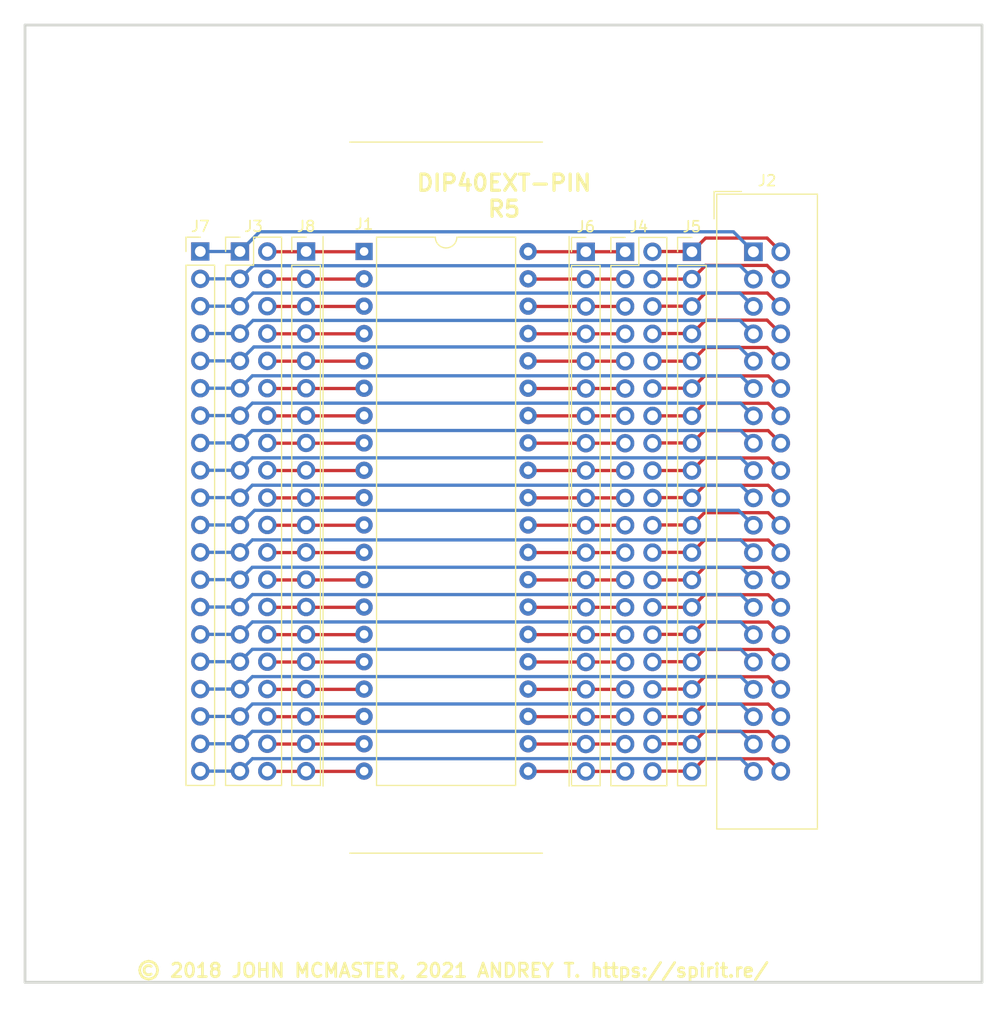
<source format=kicad_pcb>
(kicad_pcb (version 20201220) (generator pcbnew)
  (layers (0 "F.Cu" signal) (31 "B.Cu" signal) (34 "B.Paste" user) (35 "F.Paste" user) (36 "B.SilkS" user "B.Silkscreen") (37 "F.SilkS" user "F.Silkscreen") (38 "B.Mask" user) (39 "F.Mask" user) (44 "Edge.Cuts" user))
  (net 0 "")
  (net 1 "/P1")
  (net 2 "/P21")
  (net 3 "/P2")
  (net 4 "/P22")
  (net 5 "/P3")
  (net 6 "/P23")
  (net 7 "/P4")
  (net 8 "/P24")
  (net 9 "/P5")
  (net 10 "/P25")
  (net 11 "/P6")
  (net 12 "/P26")
  (net 13 "/P7")
  (net 14 "/P27")
  (net 15 "/P8")
  (net 16 "/P28")
  (net 17 "/P9")
  (net 18 "/P29")
  (net 19 "/P10")
  (net 20 "/P30")
  (net 21 "/P11")
  (net 22 "/P31")
  (net 23 "/P12")
  (net 24 "/P32")
  (net 25 "/P13")
  (net 26 "/P33")
  (net 27 "/P14")
  (net 28 "/P34")
  (net 29 "/P15")
  (net 30 "/P35")
  (net 31 "/P16")
  (net 32 "/P36")
  (net 33 "/P17")
  (net 34 "/P37")
  (net 35 "/P18")
  (net 36 "/P38")
  (net 37 "/P19")
  (net 38 "/P39")
  (net 39 "/P20")
  (net 40 "/P40")
  (net 41 "Net-(J1-Pad1)")
  (net 42 "Net-(J1-Pad21)")
  (net 43 "Net-(J1-Pad2)")
  (net 44 "Net-(J1-Pad22)")
  (net 45 "Net-(J1-Pad3)")
  (net 46 "Net-(J1-Pad23)")
  (net 47 "Net-(J1-Pad4)")
  (net 48 "Net-(J1-Pad24)")
  (net 49 "Net-(J1-Pad5)")
  (net 50 "Net-(J1-Pad25)")
  (net 51 "Net-(J1-Pad6)")
  (net 52 "Net-(J1-Pad26)")
  (net 53 "Net-(J1-Pad7)")
  (net 54 "Net-(J1-Pad27)")
  (net 55 "Net-(J1-Pad8)")
  (net 56 "Net-(J1-Pad28)")
  (net 57 "Net-(J1-Pad9)")
  (net 58 "Net-(J1-Pad29)")
  (net 59 "Net-(J1-Pad10)")
  (net 60 "Net-(J6-Pad11)")
  (net 61 "Net-(J1-Pad11)")
  (net 62 "Net-(J6-Pad10)")
  (net 63 "Net-(J1-Pad12)")
  (net 64 "Net-(J6-Pad9)")
  (net 65 "Net-(J1-Pad13)")
  (net 66 "Net-(J6-Pad8)")
  (net 67 "Net-(J1-Pad14)")
  (net 68 "Net-(J1-Pad34)")
  (net 69 "Net-(J1-Pad15)")
  (net 70 "Net-(J1-Pad35)")
  (net 71 "Net-(J1-Pad16)")
  (net 72 "Net-(J1-Pad36)")
  (net 73 "Net-(J1-Pad17)")
  (net 74 "Net-(J1-Pad37)")
  (net 75 "Net-(J1-Pad18)")
  (net 76 "Net-(J1-Pad38)")
  (net 77 "Net-(J1-Pad19)")
  (net 78 "Net-(J6-Pad2)")
  (net 79 "Net-(J1-Pad20)")
  (net 80 "Net-(J6-Pad1)")
  (footprint "lib:aries_40-6554-10_DIP-40_W15.24mm_ZIF" (layer "F.Cu") (at 56.895999 46.431201)
    (fp_text reference "J1")
    (fp_text value "ZIF")
  )
  (footprint "Mounting_Holes:MountingHole_8.4mm_M8" (layer "F.Cu") (at 31.75 31.75)
    (fp_text reference "MK1" hide)
    (fp_text value "Mounting_Hole")
  )
  (footprint "Mounting_Holes:MountingHole_8.4mm_M8" (layer "F.Cu") (at 107.95 31.75)
    (fp_text reference "MK4" hide)
    (fp_text value "Mounting_Hole")
  )
  (footprint "Mounting_Holes:MountingHole_8.4mm_M8" (layer "F.Cu") (at 31.75 107.95)
    (fp_text reference "MK9" hide)
    (fp_text value "Mounting_Hole")
  )
  (footprint "Mounting_Holes:MountingHole_8.4mm_M8" (layer "F.Cu") (at 107.95 107.95)
    (fp_text reference "MK12" hide)
    (fp_text value "Mounting_Hole")
  )
  (footprint "Connectors_IDC:IDC-Header_2x20_Pitch2.54mm_Straight" (layer "F.Cu") (at 93.065599 46.456601)
    (fp_text reference "J2")
    (fp_text value "IDC40")
  )
  (footprint "Mounting_Holes:MountingHole_8.4mm_M8" (layer "F.Cu") (at 82.55 31.75)
    (fp_text reference "MK3" hide)
    (fp_text value "Mounting_Hole")
  )
  (footprint "Mounting_Holes:MountingHole_8.4mm_M8" (layer "F.Cu") (at 57.15 31.75)
    (fp_text reference "MK2" hide)
    (fp_text value "Mounting_Hole")
  )
  (footprint "Mounting_Holes:MountingHole_8.4mm_M8" (layer "F.Cu") (at 31.75 57.15)
    (fp_text reference "MK5" hide)
    (fp_text value "Mounting_Hole")
  )
  (footprint "Mounting_Holes:MountingHole_8.4mm_M8" (layer "F.Cu") (at 31.75 82.55)
    (fp_text reference "MK7" hide)
    (fp_text value "Mounting_Hole")
  )
  (footprint "Mounting_Holes:MountingHole_8.4mm_M8" (layer "F.Cu") (at 107.95 57.15)
    (fp_text reference "MK6" hide)
    (fp_text value "Mounting_Hole")
  )
  (footprint "Mounting_Holes:MountingHole_8.4mm_M8" (layer "F.Cu") (at 107.95 82.55)
    (fp_text reference "MK8" hide)
    (fp_text value "Mounting_Hole")
  )
  (footprint "Mounting_Holes:MountingHole_8.4mm_M8" (layer "F.Cu") (at 57.15 107.95)
    (fp_text reference "MK10" hide)
    (fp_text value "Mounting_Hole")
  )
  (footprint "Mounting_Holes:MountingHole_8.4mm_M8" (layer "F.Cu") (at 82.55 107.95)
    (fp_text reference "MK11" hide)
    (fp_text value "Mounting_Hole")
  )
  (footprint "Pin_Headers:Pin_Header_Straight_2x20_Pitch2.54mm" (layer "F.Cu") (at 45.364399 46.431201)
    (fp_text reference "J3")
    (fp_text value "Conn_02x20_Odd_Even")
  )
  (footprint "Pin_Headers:Pin_Header_Straight_2x20_Pitch2.54mm" (layer "F.Cu") (at 81.152999 46.456601)
    (fp_text reference "J4")
    (fp_text value "Conn_02x20_Odd_Even")
  )
  (footprint "Connector_PinHeader_2.54mm:PinHeader_1x20_P2.54mm_Vertical" (layer "F.Cu") (at 51.511199 46.431201)
    (fp_text reference "J8")
    (fp_text value "01x20")
  )
  (footprint "Connector_PinHeader_2.54mm:PinHeader_1x20_P2.54mm_Vertical" (layer "F.Cu") (at 77.495399 46.456601)
    (fp_text reference "J6")
    (fp_text value "01x20")
  )
  (footprint "Connector_PinHeader_2.54mm:PinHeader_1x20_P2.54mm_Vertical" (layer "F.Cu") (at 41.681399 46.431201)
    (fp_text reference "J7")
    (fp_text value "01x20")
  )
  (footprint "Connector_PinHeader_2.54mm:PinHeader_1x20_P2.54mm_Vertical" (layer "F.Cu") (at 87.350599 46.456601)
    (fp_text reference "J5")
    (fp_text value "01x20")
  )
  (gr_line (start 114.3 25.4) (end 114.3 114.3) (layer "Edge.Cuts") (width 0.254))
  (gr_line (start 25.4 114.3) (end 114.3 114.3) (layer "Edge.Cuts") (width 0.254))
  (gr_line (start 25.4 25.4) (end 114.3 25.4) (layer "Edge.Cuts") (width 0.254))
  (gr_line (start 25.4 25.4) (end 25.4 114.3) (layer "Edge.Cuts") (width 0.254))
  (gr_text "DIP40EXT-PIN\nR5" (at 69.900799 41.275001) (layer "F.SilkS") (effects (font (size 1.5 1.5) (thickness 0.3))))
  (gr_text "© 2018 JOHN MCMASTER, 2021 ANDREY T. https://spirit.re/" (at 65.1256 113.2078) (layer "F.SilkS") (effects (font (size 1.25 1.25) (thickness 0.25))))
  (segment (start 45.364399 46.431201) (end 41.681399 46.431201) (width 0.3048) (layer "B.Cu") (net 1))
  (segment (start 91.211399 44.602401) (end 47.193199 44.602401) (width 0.3048) (layer "B.Cu") (net 1))
  (segment (start 93.065599 46.456601) (end 91.211399 44.602401) (width 0.3048) (layer "B.Cu") (net 1))
  (segment (start 47.193199 44.602401) (end 45.364399 46.431201) (width 0.3048) (layer "B.Cu") (net 1))
  (segment (start 83.692999 94.716601) (end 83.718399 94.691201) (width 0.3048) (layer "F.Cu") (net 2))
  (segment (start 83.718399 94.691201) (end 87.325199 94.691201) (width 0.3048) (layer "F.Cu") (net 2))
  (segment (start 95.605599 94.716601) (end 94.437198 93.5482) (width 0.3048) (layer "F.Cu") (net 2))
  (segment (start 94.437198 93.5482) (end 88.519 93.5482) (width 0.3048) (layer "F.Cu") (net 2))
  (segment (start 87.325199 94.691201) (end 87.350599 94.716601) (width 0.3048) (layer "F.Cu") (net 2))
  (segment (start 88.519 93.5482) (end 87.350599 94.716601) (width 0.3048) (layer "F.Cu") (net 2))
  (segment (start 93.065599 48.996601) (end 91.820999 47.752001) (width 0.3048) (layer "B.Cu") (net 3))
  (segment (start 91.820999 47.752001) (end 46.583599 47.752001) (width 0.3048) (layer "B.Cu") (net 3))
  (segment (start 46.583599 47.752001) (end 45.364399 48.971201) (width 0.3048) (layer "B.Cu") (net 3))
  (segment (start 41.681399 48.971201) (end 45.364399 48.971201) (width 0.3048) (layer "B.Cu") (net 3))
  (segment (start 94.437198 91.0082) (end 88.519 91.0082) (width 0.3048) (layer "F.Cu") (net 4))
  (segment (start 83.692999 92.176601) (end 83.718399 92.151201) (width 0.3048) (layer "F.Cu") (net 4))
  (segment (start 83.718399 92.151201) (end 87.325199 92.151201) (width 0.3048) (layer "F.Cu") (net 4))
  (segment (start 95.605599 92.176601) (end 94.437198 91.0082) (width 0.3048) (layer "F.Cu") (net 4))
  (segment (start 87.325199 92.151201) (end 87.350599 92.176601) (width 0.3048) (layer "F.Cu") (net 4))
  (segment (start 88.519 91.0082) (end 87.350599 92.176601) (width 0.3048) (layer "F.Cu") (net 4))
  (segment (start 41.681399 51.511201) (end 45.364399 51.511201) (width 0.3048) (layer "B.Cu") (net 5))
  (segment (start 93.065599 51.536601) (end 91.820999 50.292001) (width 0.3048) (layer "B.Cu") (net 5))
  (segment (start 91.820999 50.292001) (end 46.583599 50.292001) (width 0.3048) (layer "B.Cu") (net 5))
  (segment (start 46.583599 50.292001) (end 45.364399 51.511201) (width 0.3048) (layer "B.Cu") (net 5))
  (segment (start 88.519 88.4682) (end 87.350599 89.636601) (width 0.3048) (layer "F.Cu") (net 6))
  (segment (start 94.437198 88.4682) (end 88.519 88.4682) (width 0.3048) (layer "F.Cu") (net 6))
  (segment (start 95.605599 89.636601) (end 94.437198 88.4682) (width 0.3048) (layer "F.Cu") (net 6))
  (segment (start 83.692999 89.636601) (end 87.350599 89.636601) (width 0.3048) (layer "F.Cu") (net 6))
  (segment (start 91.820999 52.832001) (end 46.583599 52.832001) (width 0.3048) (layer "B.Cu") (net 7))
  (segment (start 93.065599 54.076601) (end 91.820999 52.832001) (width 0.3048) (layer "B.Cu") (net 7))
  (segment (start 41.681399 54.051201) (end 45.364399 54.051201) (width 0.3048) (layer "B.Cu") (net 7))
  (segment (start 46.583599 52.832001) (end 45.364399 54.051201) (width 0.3048) (layer "B.Cu") (net 7))
  (segment (start 88.519 85.9282) (end 87.350599 87.096601) (width 0.3048) (layer "F.Cu") (net 8))
  (segment (start 83.718399 87.071201) (end 87.325199 87.071201) (width 0.3048) (layer "F.Cu") (net 8))
  (segment (start 87.325199 87.071201) (end 87.350599 87.096601) (width 0.3048) (layer "F.Cu") (net 8))
  (segment (start 83.692999 87.096601) (end 83.718399 87.071201) (width 0.3048) (layer "F.Cu") (net 8))
  (segment (start 95.605599 87.096601) (end 94.437198 85.9282) (width 0.3048) (layer "F.Cu") (net 8))
  (segment (start 94.437198 85.9282) (end 88.519 85.9282) (width 0.3048) (layer "F.Cu") (net 8))
  (segment (start 46.659799 55.295801) (end 45.364399 56.591201) (width 0.3048) (layer "B.Cu") (net 9))
  (segment (start 91.744799 55.295801) (end 46.659799 55.295801) (width 0.3048) (layer "B.Cu") (net 9))
  (segment (start 41.681399 56.591201) (end 45.364399 56.591201) (width 0.3048) (layer "B.Cu") (net 9))
  (segment (start 93.065599 56.616601) (end 91.744799 55.295801) (width 0.3048) (layer "B.Cu") (net 9))
  (segment (start 95.605599 84.556601) (end 94.437198 83.3882) (width 0.3048) (layer "F.Cu") (net 10))
  (segment (start 94.437198 83.3882) (end 88.519 83.3882) (width 0.3048) (layer "F.Cu") (net 10))
  (segment (start 87.325199 84.531201) (end 87.350599 84.556601) (width 0.3048) (layer "F.Cu") (net 10))
  (segment (start 88.519 83.3882) (end 87.350599 84.556601) (width 0.3048) (layer "F.Cu") (net 10))
  (segment (start 83.692999 84.556601) (end 83.718399 84.531201) (width 0.3048) (layer "F.Cu") (net 10))
  (segment (start 83.718399 84.531201) (end 87.325199 84.531201) (width 0.3048) (layer "F.Cu") (net 10))
  (segment (start 93.065599 59.156601) (end 91.885398 57.9764) (width 0.3048) (layer "B.Cu") (net 11))
  (segment (start 46.5192 57.9764) (end 45.364399 59.131201) (width 0.3048) (layer "B.Cu") (net 11))
  (segment (start 41.681399 59.131201) (end 45.364399 59.131201) (width 0.3048) (layer "B.Cu") (net 11))
  (segment (start 91.885398 57.9764) (end 46.5192 57.9764) (width 0.3048) (layer "B.Cu") (net 11))
  (segment (start 83.692999 82.016601) (end 83.718399 81.991201) (width 0.3048) (layer "F.Cu") (net 12))
  (segment (start 83.718399 81.991201) (end 87.325199 81.991201) (width 0.3048) (layer "F.Cu") (net 12))
  (segment (start 94.437198 80.8482) (end 88.519 80.8482) (width 0.3048) (layer "F.Cu") (net 12))
  (segment (start 88.519 80.8482) (end 87.350599 82.016601) (width 0.3048) (layer "F.Cu") (net 12))
  (segment (start 87.325199 81.991201) (end 87.350599 82.016601) (width 0.3048) (layer "F.Cu") (net 12))
  (segment (start 95.605599 82.016601) (end 94.437198 80.8482) (width 0.3048) (layer "F.Cu") (net 12))
  (segment (start 46.5192 60.5164) (end 45.364399 61.671201) (width 0.3048) (layer "B.Cu") (net 13))
  (segment (start 91.885398 60.5164) (end 46.5192 60.5164) (width 0.3048) (layer "B.Cu") (net 13))
  (segment (start 93.065599 61.696601) (end 91.885398 60.5164) (width 0.3048) (layer "B.Cu") (net 13))
  (segment (start 41.681399 61.671201) (end 45.364399 61.671201) (width 0.3048) (layer "B.Cu") (net 13))
  (segment (start 94.437198 78.3082) (end 88.519 78.3082) (width 0.3048) (layer "F.Cu") (net 14))
  (segment (start 83.692999 79.476601) (end 87.350599 79.476601) (width 0.3048) (layer "F.Cu") (net 14))
  (segment (start 88.519 78.3082) (end 87.350599 79.476601) (width 0.3048) (layer "F.Cu") (net 14))
  (segment (start 95.605599 79.476601) (end 94.437198 78.3082) (width 0.3048) (layer "F.Cu") (net 14))
  (segment (start 93.065599 64.236601) (end 91.885398 63.0564) (width 0.3048) (layer "B.Cu") (net 15))
  (segment (start 91.885398 63.0564) (end 46.5192 63.0564) (width 0.3048) (layer "B.Cu") (net 15))
  (segment (start 46.5192 63.0564) (end 45.364399 64.211201) (width 0.3048) (layer "B.Cu") (net 15))
  (segment (start 41.681399 64.211201) (end 45.364399 64.211201) (width 0.3048) (layer "B.Cu") (net 15))
  (segment (start 95.605599 76.936601) (end 94.437198 75.7682) (width 0.3048) (layer "F.Cu") (net 16))
  (segment (start 88.519 75.7682) (end 87.350599 76.936601) (width 0.3048) (layer "F.Cu") (net 16))
  (segment (start 94.437198 75.7682) (end 88.519 75.7682) (width 0.3048) (layer "F.Cu") (net 16))
  (segment (start 83.692999 76.936601) (end 87.350599 76.936601) (width 0.3048) (layer "F.Cu") (net 16))
  (segment (start 91.885398 65.5964) (end 46.5192 65.5964) (width 0.3048) (layer "B.Cu") (net 17))
  (segment (start 46.5192 65.5964) (end 45.364399 66.751201) (width 0.3048) (layer "B.Cu") (net 17))
  (segment (start 45.364399 66.751201) (end 41.681399 66.751201) (width 0.3048) (layer "B.Cu") (net 17))
  (segment (start 93.065599 66.776601) (end 91.885398 65.5964) (width 0.3048) (layer "B.Cu") (net 17))
  (segment (start 83.718399 74.371201) (end 87.325199 74.371201) (width 0.3048) (layer "F.Cu") (net 18))
  (segment (start 83.692999 74.396601) (end 83.718399 74.371201) (width 0.3048) (layer "F.Cu") (net 18))
  (segment (start 94.437198 73.2282) (end 88.519 73.2282) (width 0.3048) (layer "F.Cu") (net 18))
  (segment (start 87.325199 74.371201) (end 87.350599 74.396601) (width 0.3048) (layer "F.Cu") (net 18))
  (segment (start 95.605599 74.396601) (end 94.437198 73.2282) (width 0.3048) (layer "F.Cu") (net 18))
  (segment (start 88.519 73.2282) (end 87.350599 74.396601) (width 0.3048) (layer "F.Cu") (net 18))
  (segment (start 41.681399 69.291201) (end 45.364399 69.291201) (width 0.3048) (layer "B.Cu") (net 19))
  (segment (start 91.885398 68.1364) (end 46.5192 68.1364) (width 0.3048) (layer "B.Cu") (net 19))
  (segment (start 93.065599 69.316601) (end 91.885398 68.1364) (width 0.3048) (layer "B.Cu") (net 19))
  (segment (start 46.5192 68.1364) (end 45.364399 69.291201) (width 0.3048) (layer "B.Cu") (net 19))
  (segment (start 94.437198 70.6882) (end 88.519 70.6882) (width 0.3048) (layer "F.Cu") (net 20))
  (segment (start 87.325199 71.831201) (end 87.350599 71.856601) (width 0.3048) (layer "F.Cu") (net 20))
  (segment (start 95.605599 71.856601) (end 94.437198 70.6882) (width 0.3048) (layer "F.Cu") (net 20))
  (segment (start 88.519 70.6882) (end 87.350599 71.856601) (width 0.3048) (layer "F.Cu") (net 20))
  (segment (start 83.718399 71.831201) (end 87.325199 71.831201) (width 0.3048) (layer "F.Cu") (net 20))
  (segment (start 83.692999 71.856601) (end 83.718399 71.831201) (width 0.3048) (layer "F.Cu") (net 20))
  (segment (start 45.364399 71.831201) (end 41.681399 71.831201) (width 0.3048) (layer "B.Cu") (net 21))
  (segment (start 46.724198 70.471402) (end 45.364399 71.831201) (width 0.3048) (layer "B.Cu") (net 21))
  (segment (start 91.6804 70.471402) (end 46.724198 70.471402) (width 0.3048) (layer "B.Cu") (net 21))
  (segment (start 93.065599 71.856601) (end 91.6804 70.471402) (width 0.3048) (layer "B.Cu") (net 21))
  (segment (start 87.325199 69.291201) (end 87.350599 69.316601) (width 0.3048) (layer "F.Cu") (net 22))
  (segment (start 83.692999 69.316601) (end 83.718399 69.291201) (width 0.3048) (layer "F.Cu") (net 22))
  (segment (start 94.437198 68.1482) (end 88.519 68.1482) (width 0.3048) (layer "F.Cu") (net 22))
  (segment (start 88.519 68.1482) (end 87.350599 69.316601) (width 0.3048) (layer "F.Cu") (net 22))
  (segment (start 83.718399 69.291201) (end 87.325199 69.291201) (width 0.3048) (layer "F.Cu") (net 22))
  (segment (start 95.605599 69.316601) (end 94.437198 68.1482) (width 0.3048) (layer "F.Cu") (net 22))
  (segment (start 41.681399 74.371201) (end 45.364399 74.371201) (width 0.3048) (layer "B.Cu") (net 23))
  (segment (start 46.5192 73.2164) (end 45.364399 74.371201) (width 0.3048) (layer "B.Cu") (net 23))
  (segment (start 93.065599 74.396601) (end 91.885398 73.2164) (width 0.3048) (layer "B.Cu") (net 23))
  (segment (start 91.885398 73.2164) (end 46.5192 73.2164) (width 0.3048) (layer "B.Cu") (net 23))
  (segment (start 88.519 65.6082) (end 87.350599 66.776601) (width 0.3048) (layer "F.Cu") (net 24))
  (segment (start 95.605599 66.776601) (end 94.437198 65.6082) (width 0.3048) (layer "F.Cu") (net 24))
  (segment (start 83.692999 66.776601) (end 87.350599 66.776601) (width 0.3048) (layer "F.Cu") (net 24))
  (segment (start 94.437198 65.6082) (end 88.519 65.6082) (width 0.3048) (layer "F.Cu") (net 24))
  (segment (start 93.065599 76.936601) (end 91.885398 75.7564) (width 0.3048) (layer "B.Cu") (net 25))
  (segment (start 41.681399 76.911201) (end 45.364399 76.911201) (width 0.3048) (layer "B.Cu") (net 25))
  (segment (start 91.885398 75.7564) (end 46.5192 75.7564) (width 0.3048) (layer "B.Cu") (net 25))
  (segment (start 46.5192 75.7564) (end 45.364399 76.911201) (width 0.3048) (layer "B.Cu") (net 25))
  (segment (start 95.605599 64.236601) (end 94.437198 63.0682) (width 0.3048) (layer "F.Cu") (net 26))
  (segment (start 83.692999 64.236601) (end 83.718399 64.211201) (width 0.3048) (layer "F.Cu") (net 26))
  (segment (start 94.437198 63.0682) (end 88.519 63.0682) (width 0.3048) (layer "F.Cu") (net 26))
  (segment (start 88.519 63.0682) (end 87.350599 64.236601) (width 0.3048) (layer "F.Cu") (net 26))
  (segment (start 87.325199 64.211201) (end 87.350599 64.236601) (width 0.3048) (layer "F.Cu") (net 26))
  (segment (start 83.718399 64.211201) (end 87.325199 64.211201) (width 0.3048) (layer "F.Cu") (net 26))
  (segment (start 46.5192 78.2964) (end 45.364399 79.451201) (width 0.3048) (layer "B.Cu") (net 27))
  (segment (start 41.681399 79.451201) (end 45.364399 79.451201) (width 0.3048) (layer "B.Cu") (net 27))
  (segment (start 93.065599 79.476601) (end 91.885398 78.2964) (width 0.3048) (layer "B.Cu") (net 27))
  (segment (start 91.885398 78.2964) (end 46.5192 78.2964) (width 0.3048) (layer "B.Cu") (net 27))
  (segment (start 83.692999 61.696601) (end 87.350599 61.696601) (width 0.3048) (layer "F.Cu") (net 28))
  (segment (start 94.437198 60.5282) (end 88.519 60.5282) (width 0.3048) (layer "F.Cu") (net 28))
  (segment (start 88.519 60.5282) (end 87.350599 61.696601) (width 0.3048) (layer "F.Cu") (net 28))
  (segment (start 95.605599 61.696601) (end 94.437198 60.5282) (width 0.3048) (layer "F.Cu") (net 28))
  (segment (start 93.065599 82.016601) (end 91.885398 80.8364) (width 0.3048) (layer "B.Cu") (net 29))
  (segment (start 46.5192 80.8364) (end 45.364399 81.991201) (width 0.3048) (layer "B.Cu") (net 29))
  (segment (start 41.681399 81.991201) (end 45.364399 81.991201) (width 0.3048) (layer "B.Cu") (net 29))
  (segment (start 91.885398 80.8364) (end 46.5192 80.8364) (width 0.3048) (layer "B.Cu") (net 29))
  (segment (start 83.692999 59.156601) (end 83.718399 59.131201) (width 0.3048) (layer "F.Cu") (net 30))
  (segment (start 87.325199 59.131201) (end 87.350599 59.156601) (width 0.3048) (layer "F.Cu") (net 30))
  (segment (start 94.437198 57.9882) (end 88.519 57.9882) (width 0.3048) (layer "F.Cu") (net 30))
  (segment (start 88.519 57.9882) (end 87.350599 59.156601) (width 0.3048) (layer "F.Cu") (net 30))
  (segment (start 83.718399 59.131201) (end 87.325199 59.131201) (width 0.3048) (layer "F.Cu") (net 30))
  (segment (start 95.605599 59.156601) (end 94.437198 57.9882) (width 0.3048) (layer "F.Cu") (net 30))
  (segment (start 93.065599 84.556601) (end 91.885398 83.3764) (width 0.3048) (layer "B.Cu") (net 31))
  (segment (start 41.681399 84.531201) (end 45.364399 84.531201) (width 0.3048) (layer "B.Cu") (net 31))
  (segment (start 46.5192 83.3764) (end 45.364399 84.531201) (width 0.3048) (layer "B.Cu") (net 31))
  (segment (start 91.885398 83.3764) (end 46.5192 83.3764) (width 0.3048) (layer "B.Cu") (net 31))
  (segment (start 95.605599 56.616601) (end 94.335599 55.346601) (width 0.3048) (layer "F.Cu") (net 32))
  (segment (start 88.620599 55.346601) (end 87.350599 56.616601) (width 0.3048) (layer "F.Cu") (net 32))
  (segment (start 83.692999 56.616601) (end 87.350599 56.616601) (width 0.3048) (layer "F.Cu") (net 32))
  (segment (start 94.335599 55.346601) (end 88.620599 55.346601) (width 0.3048) (layer "F.Cu") (net 32))
  (segment (start 91.885398 85.9164) (end 46.5192 85.9164) (width 0.3048) (layer "B.Cu") (net 33))
  (segment (start 93.065599 87.096601) (end 91.885398 85.9164) (width 0.3048) (layer "B.Cu") (net 33))
  (segment (start 46.5192 85.9164) (end 45.364399 87.071201) (width 0.3048) (layer "B.Cu") (net 33))
  (segment (start 41.681399 87.071201) (end 45.364399 87.071201) (width 0.3048) (layer "B.Cu") (net 33))
  (segment (start 87.325199 54.051201) (end 87.350599 54.076601) (width 0.3048) (layer "F.Cu") (net 34))
  (segment (start 95.605599 54.076601) (end 94.335599 52.806601) (width 0.3048) (layer "F.Cu") (net 34))
  (segment (start 88.620599 52.806601) (end 87.350599 54.076601) (width 0.3048) (layer "F.Cu") (net 34))
  (segment (start 83.718399 54.051201) (end 87.325199 54.051201) (width 0.3048) (layer "F.Cu") (net 34))
  (segment (start 83.692999 54.076601) (end 83.718399 54.051201) (width 0.3048) (layer "F.Cu") (net 34))
  (segment (start 94.335599 52.806601) (end 88.620599 52.806601) (width 0.3048) (layer "F.Cu") (net 34))
  (segment (start 93.065599 89.636601) (end 91.885398 88.4564) (width 0.3048) (layer "B.Cu") (net 35))
  (segment (start 91.885398 88.4564) (end 46.5192 88.4564) (width 0.3048) (layer "B.Cu") (net 35))
  (segment (start 46.5192 88.4564) (end 45.364399 89.611201) (width 0.3048) (layer "B.Cu") (net 35))
  (segment (start 41.681399 89.611201) (end 45.364399 89.611201) (width 0.3048) (layer "B.Cu") (net 35))
  (segment (start 87.325199 51.511201) (end 87.350599 51.536601) (width 0.3048) (layer "F.Cu") (net 36))
  (segment (start 83.718399 51.511201) (end 87.325199 51.511201) (width 0.3048) (layer "F.Cu") (net 36))
  (segment (start 83.692999 51.536601) (end 83.718399 51.511201) (width 0.3048) (layer "F.Cu") (net 36))
  (segment (start 94.360999 50.292001) (end 88.595199 50.292001) (width 0.3048) (layer "F.Cu") (net 36))
  (segment (start 88.595199 50.292001) (end 87.350599 51.536601) (width 0.3048) (layer "F.Cu") (net 36))
  (segment (start 95.605599 51.536601) (end 94.360999 50.292001) (width 0.3048) (layer "F.Cu") (net 36))
  (segment (start 41.681399 92.151201) (end 45.364399 92.151201) (width 0.3048) (layer "B.Cu") (net 37))
  (segment (start 93.065599 92.176601) (end 91.885398 90.9964) (width 0.3048) (layer "B.Cu") (net 37))
  (segment (start 46.5192 90.9964) (end 45.364399 92.151201) (width 0.3048) (layer "B.Cu") (net 37))
  (segment (start 91.885398 90.9964) (end 46.5192 90.9964) (width 0.3048) (layer "B.Cu") (net 37))
  (segment (start 83.692999 48.996601) (end 87.350599 48.996601) (width 0.3048) (layer "F.Cu") (net 38))
  (segment (start 88.620599 47.726601) (end 87.350599 48.996601) (width 0.3048) (layer "F.Cu") (net 38))
  (segment (start 94.335599 47.726601) (end 88.620599 47.726601) (width 0.3048) (layer "F.Cu") (net 38))
  (segment (start 95.605599 48.996601) (end 94.335599 47.726601) (width 0.3048) (layer "F.Cu") (net 38))
  (segment (start 41.681399 94.691201) (end 45.364399 94.691201) (width 0.3048) (layer "B.Cu") (net 39))
  (segment (start 91.885398 93.5364) (end 46.5192 93.5364) (width 0.3048) (layer "B.Cu") (net 39))
  (segment (start 93.065599 94.716601) (end 91.885398 93.5364) (width 0.3048) (layer "B.Cu") (net 39))
  (segment (start 46.5192 93.5364) (end 45.364399 94.691201) (width 0.3048) (layer "B.Cu") (net 39))
  (segment (start 83.718399 46.431201) (end 87.325199 46.431201) (width 0.3048) (layer "F.Cu") (net 40))
  (segment (start 94.335599 45.186601) (end 88.620599 45.186601) (width 0.3048) (layer "F.Cu") (net 40))
  (segment (start 95.605599 46.456601) (end 94.335599 45.186601) (width 0.3048) (layer "F.Cu") (net 40))
  (segment (start 87.325199 46.431201) (end 87.350599 46.456601) (width 0.3048) (layer "F.Cu") (net 40))
  (segment (start 88.620599 45.186601) (end 87.350599 46.456601) (width 0.3048) (layer "F.Cu") (net 40))
  (segment (start 83.692999 46.456601) (end 83.718399 46.431201) (width 0.3048) (layer "F.Cu") (net 40))
  (segment (start 47.904399 46.431201) (end 47.929799 46.456601) (width 0.3048) (layer "F.Cu") (net 41))
  (segment (start 56.870599 46.456601) (end 56.895999 46.431201) (width 0.3048) (layer "F.Cu") (net 41))
  (segment (start 47.929799 46.456601) (end 56.870599 46.456601) (width 0.3048) (layer "F.Cu") (net 41))
  (segment (start 72.135999 94.691201) (end 72.161399 94.716601) (width 0.3048) (layer "F.Cu") (net 42))
  (segment (start 72.161399 94.716601) (end 81.152999 94.716601) (width 0.3048) (layer "F.Cu") (net 42))
  (segment (start 47.904399 48.971201) (end 47.929799 48.996601) (width 0.3048) (layer "F.Cu") (net 43))
  (segment (start 56.870599 48.996601) (end 56.895999 48.971201) (width 0.3048) (layer "F.Cu") (net 43))
  (segment (start 47.929799 48.996601) (end 56.870599 48.996601) (width 0.3048) (layer "F.Cu") (net 43))
  (segment (start 72.135999 92.151201) (end 72.161399 92.176601) (width 0.3048) (layer "F.Cu") (net 44))
  (segment (start 72.161399 92.176601) (end 81.152999 92.176601) (width 0.3048) (layer "F.Cu") (net 44))
  (segment (start 47.904399 51.511201) (end 47.929799 51.536601) (width 0.3048) (layer "F.Cu") (net 45))
  (segment (start 56.870599 51.536601) (end 56.895999 51.511201) (width 0.3048) (layer "F.Cu") (net 45))
  (segment (start 47.929799 51.536601) (end 56.870599 51.536601) (width 0.3048) (layer "F.Cu") (net 45))
  (segment (start 72.161399 89.636601) (end 81.152999 89.636601) (width 0.3048) (layer "F.Cu") (net 46))
  (segment (start 72.135999 89.611201) (end 72.161399 89.636601) (width 0.3048) (layer "F.Cu") (net 46))
  (segment (start 56.870599 54.076601) (end 56.895999 54.051201) (width 0.3048) (layer "F.Cu") (net 47))
  (segment (start 47.904399 54.051201) (end 47.929799 54.076601) (width 0.3048) (layer "F.Cu") (net 47))
  (segment (start 47.929799 54.076601) (end 56.870599 54.076601) (width 0.3048) (layer "F.Cu") (net 47))
  (segment (start 72.161399 87.096601) (end 81.152999 87.096601) (width 0.3048) (layer "F.Cu") (net 48))
  (segment (start 72.135999 87.071201) (end 72.161399 87.096601) (width 0.3048) (layer "F.Cu") (net 48))
  (segment (start 47.904399 56.591201) (end 47.929799 56.616601) (width 0.3048) (layer "F.Cu") (net 49))
  (segment (start 47.929799 56.616601) (end 56.870599 56.616601) (width 0.3048) (layer "F.Cu") (net 49))
  (segment (start 56.870599 56.616601) (end 56.895999 56.591201) (width 0.3048) (layer "F.Cu") (net 49))
  (segment (start 72.135999 84.531201) (end 72.161399 84.556601) (width 0.3048) (layer "F.Cu") (net 50))
  (segment (start 72.161399 84.556601) (end 81.152999 84.556601) (width 0.3048) (layer "F.Cu") (net 50))
  (segment (start 47.904399 59.131201) (end 47.929799 59.156601) (width 0.3048) (layer "F.Cu") (net 51))
  (segment (start 56.870599 59.156601) (end 56.895999 59.131201) (width 0.3048) (layer "F.Cu") (net 51))
  (segment (start 47.929799 59.156601) (end 56.870599 59.156601) (width 0.3048) (layer "F.Cu") (net 51))
  (segment (start 72.135999 81.991201) (end 72.161399 82.016601) (width 0.3048) (layer "F.Cu") (net 52))
  (segment (start 72.161399 82.016601) (end 81.152999 82.016601) (width 0.3048) (layer "F.Cu") (net 52))
  (segment (start 47.929799 61.696601) (end 56.870599 61.696601) (width 0.3048) (layer "F.Cu") (net 53))
  (segment (start 47.904399 61.671201) (end 47.929799 61.696601) (width 0.3048) (layer "F.Cu") (net 53))
  (segment (start 56.870599 61.696601) (end 56.895999 61.671201) (width 0.3048) (layer "F.Cu") (net 53))
  (segment (start 72.161399 79.476601) (end 81.152999 79.476601) (width 0.3048) (layer "F.Cu") (net 54))
  (segment (start 72.135999 79.451201) (end 72.161399 79.476601) (width 0.3048) (layer "F.Cu") (net 54))
  (segment (start 47.929799 64.236601) (end 56.870599 64.236601) (width 0.3048) (layer "F.Cu") (net 55))
  (segment (start 47.904399 64.211201) (end 47.929799 64.236601) (width 0.3048) (layer "F.Cu") (net 55))
  (segment (start 56.870599 64.236601) (end 56.895999 64.211201) (width 0.3048) (layer "F.Cu") (net 55))
  (segment (start 72.161399 76.936601) (end 81.152999 76.936601) (width 0.3048) (layer "F.Cu") (net 56))
  (segment (start 72.135999 76.911201) (end 72.161399 76.936601) (width 0.3048) (layer "F.Cu") (net 56))
  (segment (start 47.929799 66.776601) (end 56.870599 66.776601) (width 0.3048) (layer "F.Cu") (net 57))
  (segment (start 47.904399 66.751201) (end 47.929799 66.776601) (width 0.3048) (layer "F.Cu") (net 57))
  (segment (start 56.870599 66.776601) (end 56.895999 66.751201) (width 0.3048) (layer "F.Cu") (net 57))
  (segment (start 72.161399 74.396601) (end 81.152999 74.396601) (width 0.3048) (layer "F.Cu") (net 58))
  (segment (start 72.135999 74.371201) (end 72.161399 74.396601) (width 0.3048) (layer "F.Cu") (net 58))
  (segment (start 56.870599 69.316601) (end 56.895999 69.291201) (width 0.3048) (layer "F.Cu") (net 59))
  (segment (start 47.904399 69.291201) (end 47.929799 69.316601) (width 0.3048) (layer "F.Cu") (net 59))
  (segment (start 47.929799 69.316601) (end 56.870599 69.316601) (width 0.3048) (layer "F.Cu") (net 59))
  (segment (start 72.135999 71.831201) (end 72.161399 71.856601) (width 0.3048) (layer "F.Cu") (net 60))
  (segment (start 72.161399 71.856601) (end 81.152999 71.856601) (width 0.3048) (layer "F.Cu") (net 60))
  (segment (start 56.870599 71.856601) (end 56.895999 71.831201) (width 0.3048) (layer "F.Cu") (net 61))
  (segment (start 47.904399 71.831201) (end 47.929799 71.856601) (width 0.3048) (layer "F.Cu") (net 61))
  (segment (start 47.929799 71.856601) (end 56.870599 71.856601) (width 0.3048) (layer "F.Cu") (net 61))
  (segment (start 72.135999 69.291201) (end 72.161399 69.316601) (width 0.3048) (layer "F.Cu") (net 62))
  (segment (start 72.161399 69.316601) (end 81.152999 69.316601) (width 0.3048) (layer "F.Cu") (net 62))
  (segment (start 47.904399 74.371201) (end 47.929799 74.396601) (width 0.3048) (layer "F.Cu") (net 63))
  (segment (start 47.929799 74.396601) (end 56.870599 74.396601) (width 0.3048) (layer "F.Cu") (net 63))
  (segment (start 56.870599 74.396601) (end 56.895999 74.371201) (width 0.3048) (layer "F.Cu") (net 63))
  (segment (start 72.135999 66.751201) (end 72.161399 66.776601) (width 0.3048) (layer "F.Cu") (net 64))
  (segment (start 72.161399 66.776601) (end 81.152999 66.776601) (width 0.3048) (layer "F.Cu") (net 64))
  (segment (start 47.929799 76.936601) (end 56.870599 76.936601) (width 0.3048) (layer "F.Cu") (net 65))
  (segment (start 47.904399 76.911201) (end 47.929799 76.936601) (width 0.3048) (layer "F.Cu") (net 65))
  (segment (start 56.870599 76.936601) (end 56.895999 76.911201) (width 0.3048) (layer "F.Cu") (net 65))
  (segment (start 72.135999 64.211201) (end 72.161399 64.236601) (width 0.3048) (layer "F.Cu") (net 66))
  (segment (start 72.161399 64.236601) (end 81.152999 64.236601) (width 0.3048) (layer "F.Cu") (net 66))
  (segment (start 56.870599 79.476601) (end 56.895999 79.451201) (width 0.3048) (layer "F.Cu") (net 67))
  (segment (start 47.904399 79.451201) (end 47.929799 79.476601) (width 0.3048) (layer "F.Cu") (net 67))
  (segment (start 47.929799 79.476601) (end 56.870599 79.476601) (width 0.3048) (layer "F.Cu") (net 67))
  (segment (start 72.135999 61.671201) (end 72.161399 61.696601) (width 0.3048) (layer "F.Cu") (net 68))
  (segment (start 72.161399 61.696601) (end 81.152999 61.696601) (width 0.3048) (layer "F.Cu") (net 68))
  (segment (start 47.904399 81.991201) (end 47.929799 82.016601) (width 0.3048) (layer "F.Cu") (net 69))
  (segment (start 47.929799 82.016601) (end 56.870599 82.016601) (width 0.3048) (layer "F.Cu") (net 69))
  (segment (start 56.870599 82.016601) (end 56.895999 81.991201) (width 0.3048) (layer "F.Cu") (net 69))
  (segment (start 72.161399 59.156601) (end 81.152999 59.156601) (width 0.3048) (layer "F.Cu") (net 70))
  (segment (start 72.135999 59.131201) (end 72.161399 59.156601) (width 0.3048) (layer "F.Cu") (net 70))
  (segment (start 56.870599 84.556601) (end 56.895999 84.531201) (width 0.3048) (layer "F.Cu") (net 71))
  (segment (start 47.929799 84.556601) (end 56.870599 84.556601) (width 0.3048) (layer "F.Cu") (net 71))
  (segment (start 47.904399 84.531201) (end 47.929799 84.556601) (width 0.3048) (layer "F.Cu") (net 71))
  (segment (start 72.135999 56.591201) (end 72.161399 56.616601) (width 0.3048) (layer "F.Cu") (net 72))
  (segment (start 72.161399 56.616601) (end 81.152999 56.616601) (width 0.3048) (layer "F.Cu") (net 72))
  (segment (start 56.870599 87.096601) (end 56.895999 87.071201) (width 0.3048) (layer "F.Cu") (net 73))
  (segment (start 47.904399 87.071201) (end 47.929799 87.096601) (width 0.3048) (layer "F.Cu") (net 73))
  (segment (start 47.929799 87.096601) (end 56.870599 87.096601) (width 0.3048) (layer "F.Cu") (net 73))
  (segment (start 72.135999 54.051201) (end 72.161399 54.076601) (width 0.3048) (layer "F.Cu") (net 74))
  (segment (start 72.161399 54.076601) (end 81.152999 54.076601) (width 0.3048) (layer "F.Cu") (net 74))
  (segment (start 47.904399 89.611201) (end 47.929799 89.636601) (width 0.3048) (layer "F.Cu") (net 75))
  (segment (start 47.929799 89.636601) (end 56.870599 89.636601) (width 0.3048) (layer "F.Cu") (net 75))
  (segment (start 56.870599 89.636601) (end 56.895999 89.611201) (width 0.3048) (layer "F.Cu") (net 75))
  (segment (start 72.135999 51.511201) (end 72.161399 51.536601) (width 0.3048) (layer "F.Cu") (net 76))
  (segment (start 72.161399 51.536601) (end 81.152999 51.536601) (width 0.3048) (layer "F.Cu") (net 76))
  (segment (start 56.870599 92.176601) (end 56.895999 92.151201) (width 0.3048) (layer "F.Cu") (net 77))
  (segment (start 47.929799 92.176601) (end 56.870599 92.176601) (width 0.3048) (layer "F.Cu") (net 77))
  (segment (start 47.904399 92.151201) (end 47.929799 92.176601) (width 0.3048) (layer "F.Cu") (net 77))
  (segment (start 72.135999 48.971201) (end 72.161399 48.996601) (width 0.3048) (layer "F.Cu") (net 78))
  (segment (start 72.161399 48.996601) (end 81.152999 48.996601) (width 0.3048) (layer "F.Cu") (net 78))
  (segment (start 56.870599 94.716601) (end 56.895999 94.691201) (width 0.3048) (layer "F.Cu") (net 79))
  (segment (start 47.904399 94.691201) (end 47.929799 94.716601) (width 0.3048) (layer "F.Cu") (net 79))
  (segment (start 47.929799 94.716601) (end 56.870599 94.716601) (width 0.3048) (layer "F.Cu") (net 79))
  (segment (start 72.161399 46.456601) (end 81.152999 46.456601) (width 0.3048) (layer "F.Cu") (net 80))
  (segment (start 72.135999 46.431201) (end 72.161399 46.456601) (width 0.3048) (layer "F.Cu") (net 80))
)
</source>
